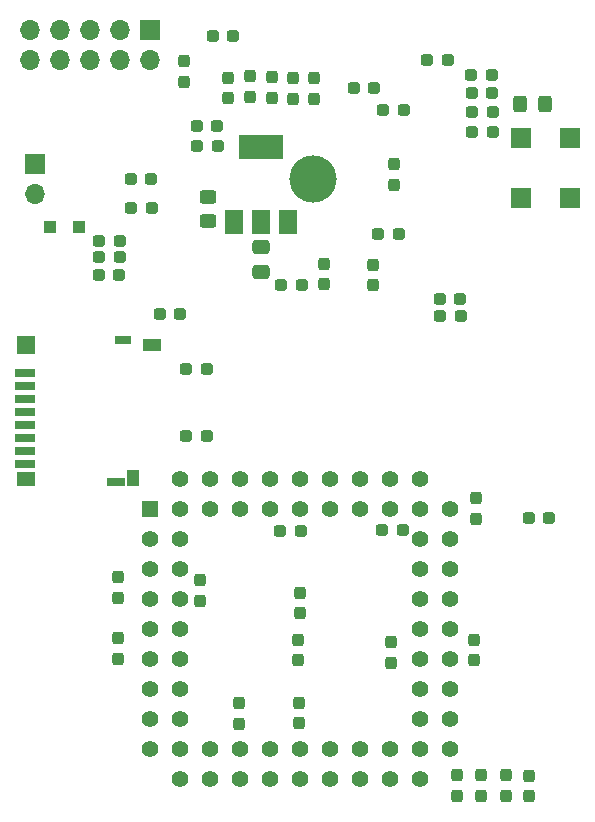
<source format=gbs>
G04 #@! TF.GenerationSoftware,KiCad,Pcbnew,7.0.1*
G04 #@! TF.CreationDate,2023-06-11T21:02:18+01:00*
G04 #@! TF.ProjectId,ElectronULA,456c6563-7472-46f6-9e55-4c412e6b6963,rev?*
G04 #@! TF.SameCoordinates,Original*
G04 #@! TF.FileFunction,Soldermask,Bot*
G04 #@! TF.FilePolarity,Negative*
%FSLAX46Y46*%
G04 Gerber Fmt 4.6, Leading zero omitted, Abs format (unit mm)*
G04 Created by KiCad (PCBNEW 7.0.1) date 2023-06-11 21:02:18*
%MOMM*%
%LPD*%
G01*
G04 APERTURE LIST*
G04 Aperture macros list*
%AMRoundRect*
0 Rectangle with rounded corners*
0 $1 Rounding radius*
0 $2 $3 $4 $5 $6 $7 $8 $9 X,Y pos of 4 corners*
0 Add a 4 corners polygon primitive as box body*
4,1,4,$2,$3,$4,$5,$6,$7,$8,$9,$2,$3,0*
0 Add four circle primitives for the rounded corners*
1,1,$1+$1,$2,$3*
1,1,$1+$1,$4,$5*
1,1,$1+$1,$6,$7*
1,1,$1+$1,$8,$9*
0 Add four rect primitives between the rounded corners*
20,1,$1+$1,$2,$3,$4,$5,0*
20,1,$1+$1,$4,$5,$6,$7,0*
20,1,$1+$1,$6,$7,$8,$9,0*
20,1,$1+$1,$8,$9,$2,$3,0*%
G04 Aperture macros list end*
%ADD10R,1.422400X1.422400*%
%ADD11C,1.422400*%
%ADD12R,1.700000X1.700000*%
%ADD13O,1.700000X1.700000*%
%ADD14C,4.000000*%
%ADD15RoundRect,0.237500X0.237500X-0.287500X0.237500X0.287500X-0.237500X0.287500X-0.237500X-0.287500X0*%
%ADD16RoundRect,0.237500X-0.287500X-0.237500X0.287500X-0.237500X0.287500X0.237500X-0.287500X0.237500X0*%
%ADD17RoundRect,0.237500X-0.237500X0.287500X-0.237500X-0.287500X0.237500X-0.287500X0.237500X0.287500X0*%
%ADD18RoundRect,0.237500X0.287500X0.237500X-0.287500X0.237500X-0.287500X-0.237500X0.287500X-0.237500X0*%
%ADD19RoundRect,0.249999X0.450001X-0.325001X0.450001X0.325001X-0.450001X0.325001X-0.450001X-0.325001X0*%
%ADD20RoundRect,0.249999X-0.325001X-0.450001X0.325001X-0.450001X0.325001X0.450001X-0.325001X0.450001X0*%
%ADD21R,1.800000X1.800000*%
%ADD22R,1.500000X2.000000*%
%ADD23R,3.800000X2.000000*%
%ADD24R,1.000000X1.000000*%
%ADD25R,1.750000X0.700000*%
%ADD26R,1.000000X1.450000*%
%ADD27R,1.550000X1.000000*%
%ADD28R,1.500000X0.800000*%
%ADD29R,1.500000X1.300000*%
%ADD30R,1.500000X1.500000*%
%ADD31R,1.400000X0.800000*%
%ADD32RoundRect,0.250000X-0.475000X0.337500X-0.475000X-0.337500X0.475000X-0.337500X0.475000X0.337500X0*%
G04 APERTURE END LIST*
D10*
X141338300Y-98336100D03*
D11*
X143878300Y-98336100D03*
X141338300Y-100876100D03*
X143878300Y-100876100D03*
X141338300Y-103416100D03*
X143878300Y-103416100D03*
X141338300Y-105956100D03*
X143878300Y-105956100D03*
X141338300Y-108496100D03*
X143878300Y-108496100D03*
X141338300Y-111036100D03*
X143878300Y-111036100D03*
X141338300Y-113576100D03*
X143878300Y-113576100D03*
X141338300Y-116116100D03*
X143878300Y-116116100D03*
X141338300Y-118656100D03*
X143878300Y-121196100D03*
X143878300Y-118656100D03*
X146418300Y-121196100D03*
X146418300Y-118656100D03*
X148958300Y-121196100D03*
X148958300Y-118656100D03*
X151498300Y-121196100D03*
X151498300Y-118656100D03*
X154038300Y-121196100D03*
X154038300Y-118656100D03*
X156578300Y-121196100D03*
X156578300Y-118656100D03*
X159118300Y-121196100D03*
X159118300Y-118656100D03*
X161658300Y-121196100D03*
X161658300Y-118656100D03*
X164198300Y-121196100D03*
X166738300Y-118656100D03*
X164198300Y-118656100D03*
X166738300Y-116116100D03*
X164198300Y-116116100D03*
X166738300Y-113576100D03*
X164198300Y-113576100D03*
X166738300Y-111036100D03*
X164198300Y-111036100D03*
X166738300Y-108496100D03*
X164198300Y-108496100D03*
X166738300Y-105956100D03*
X164198300Y-105956100D03*
X166738300Y-103416100D03*
X164198300Y-103416100D03*
X166738300Y-100876100D03*
X164198300Y-100876100D03*
X166738300Y-98336100D03*
X164198300Y-95796100D03*
X164198300Y-98336100D03*
X161658300Y-95796100D03*
X161658300Y-98336100D03*
X159118300Y-95796100D03*
X159118300Y-98336100D03*
X156578300Y-95796100D03*
X156578300Y-98336100D03*
X154038300Y-95796100D03*
X154038300Y-98336100D03*
X151498300Y-95796100D03*
X151498300Y-98336100D03*
X148958300Y-95796100D03*
X148958300Y-98336100D03*
X146418300Y-95796100D03*
X146418300Y-98336100D03*
X143878300Y-95796100D03*
D12*
X141325600Y-57711340D03*
D13*
X141325600Y-60251340D03*
X138785600Y-57711340D03*
X138785600Y-60251340D03*
X136245600Y-57711340D03*
X136245600Y-60251340D03*
X133705600Y-57711340D03*
X133705600Y-60251340D03*
X131165600Y-57711340D03*
X131165600Y-60251340D03*
D12*
X131620260Y-69113400D03*
D13*
X131620260Y-71653400D03*
D14*
X155157200Y-70331000D03*
D15*
X148877200Y-116496000D03*
X148877200Y-114746000D03*
D16*
X160967200Y-100101000D03*
X162717200Y-100101000D03*
D15*
X154057200Y-107141000D03*
X154057200Y-105391000D03*
X145511520Y-106086880D03*
X145511520Y-104336880D03*
D17*
X161707200Y-109561000D03*
X161707200Y-111311000D03*
X168960200Y-97390000D03*
X168960200Y-99140000D03*
D18*
X154082200Y-100161000D03*
X152332200Y-100161000D03*
D16*
X144392200Y-92157560D03*
X146142200Y-92157560D03*
D15*
X153897200Y-116441000D03*
X153897200Y-114691000D03*
D17*
X153837200Y-109381000D03*
X153837200Y-111131000D03*
D18*
X162794920Y-64498220D03*
X161044920Y-64498220D03*
X162385980Y-74996040D03*
X160635980Y-74996040D03*
D17*
X153393140Y-61842680D03*
X153393140Y-63592680D03*
D15*
X160185100Y-79366080D03*
X160185100Y-77616080D03*
D17*
X147883880Y-61776640D03*
X147883880Y-63526640D03*
D16*
X165832820Y-80515460D03*
X167582820Y-80515460D03*
X164801580Y-60286900D03*
X166551580Y-60286900D03*
D18*
X141451300Y-72854820D03*
X139701300Y-72854820D03*
X143902200Y-81831000D03*
X142152200Y-81831000D03*
D16*
X152411460Y-79308960D03*
X154161460Y-79308960D03*
X145263900Y-65864740D03*
X147013900Y-65864740D03*
X139683520Y-70370700D03*
X141433520Y-70370700D03*
D15*
X151683720Y-63486000D03*
X151683720Y-61736000D03*
X149778720Y-63394560D03*
X149778720Y-61644560D03*
D16*
X146627880Y-58239660D03*
X148377880Y-58239660D03*
D17*
X161991040Y-69127400D03*
X161991040Y-70877400D03*
D15*
X155188920Y-63552040D03*
X155188920Y-61802040D03*
D19*
X146237960Y-73948400D03*
X146237960Y-71898400D03*
D17*
X168772840Y-109371160D03*
X168772840Y-111121160D03*
D20*
X172680520Y-63985140D03*
X174730520Y-63985140D03*
D21*
X176880520Y-66855340D03*
X176880520Y-71935340D03*
X172689520Y-71935340D03*
X172689520Y-66855340D03*
D16*
X158558260Y-62664340D03*
X160308260Y-62664340D03*
D22*
X153033760Y-73980440D03*
X150733760Y-73980440D03*
X148433760Y-73980440D03*
D23*
X150733760Y-67680440D03*
D15*
X144170400Y-62160120D03*
X144170400Y-60410120D03*
X138595100Y-110994160D03*
X138595100Y-109244160D03*
D16*
X173386200Y-99069000D03*
X175136200Y-99069000D03*
D15*
X156077920Y-79269560D03*
X156077920Y-77519560D03*
D16*
X165865840Y-81978500D03*
X167615840Y-81978500D03*
D18*
X170282840Y-61523880D03*
X168532840Y-61523880D03*
X170313320Y-63103760D03*
X168563320Y-63103760D03*
X170333640Y-64678560D03*
X168583640Y-64678560D03*
X170343800Y-66365120D03*
X168593800Y-66365120D03*
D16*
X144392200Y-86427560D03*
X146142200Y-86427560D03*
D18*
X147067240Y-67564000D03*
X145317240Y-67564000D03*
X138736040Y-78450440D03*
X136986040Y-78450440D03*
X138761440Y-76982320D03*
X137011440Y-76982320D03*
D15*
X138572240Y-105820180D03*
X138572240Y-104070180D03*
D18*
X138766520Y-75575160D03*
X137016520Y-75575160D03*
D24*
X135318820Y-74455020D03*
X132818820Y-74455020D03*
D15*
X167335200Y-122614660D03*
X167335200Y-120864660D03*
X169384980Y-122599420D03*
X169384980Y-120849420D03*
X171437300Y-122589260D03*
X171437300Y-120839260D03*
X173428660Y-122622280D03*
X173428660Y-120872280D03*
D25*
X130694940Y-86829900D03*
X130694940Y-87929900D03*
X130694940Y-89029900D03*
X130694940Y-90129900D03*
X130694940Y-91229900D03*
X130694940Y-92329900D03*
X130694940Y-93429900D03*
X130694940Y-94529900D03*
D26*
X139919940Y-95654900D03*
D27*
X141494940Y-84429900D03*
D28*
X138419940Y-95979900D03*
D29*
X130819940Y-95729900D03*
D30*
X130819940Y-84379900D03*
D31*
X139069940Y-84029900D03*
D32*
X150723600Y-76127700D03*
X150723600Y-78202700D03*
M02*

</source>
